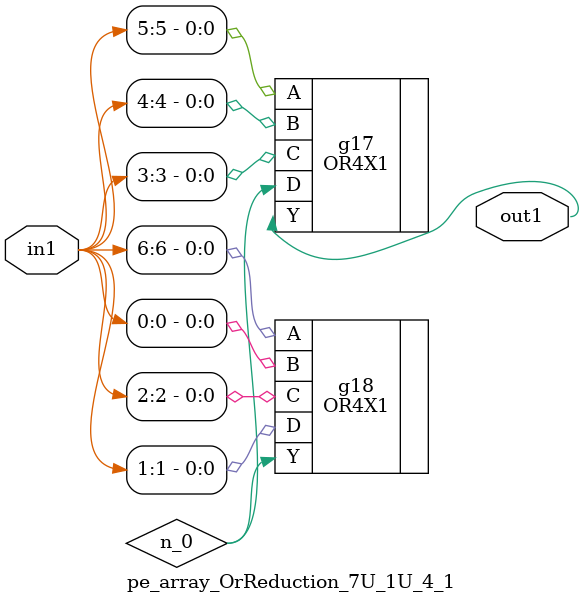
<source format=v>
`timescale 1ps / 1ps


module pe_array_OrReduction_7U_1U_4_1(in1, out1);
  input [6:0] in1;
  output out1;
  wire [6:0] in1;
  wire out1;
  wire n_0;
  OR4X1 g17(.A (in1[5]), .B (in1[4]), .C (in1[3]), .D (n_0), .Y (out1));
  OR4X1 g18(.A (in1[6]), .B (in1[0]), .C (in1[2]), .D (in1[1]), .Y
       (n_0));
endmodule



</source>
